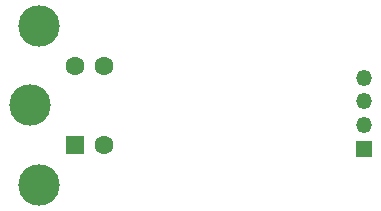
<source format=gbr>
%TF.GenerationSoftware,KiCad,Pcbnew,7.0.7-2.fc38*%
%TF.CreationDate,2023-10-09T11:55:23-07:00*%
%TF.ProjectId,M0116,4d303131-362e-46b6-9963-61645f706362,rev?*%
%TF.SameCoordinates,Original*%
%TF.FileFunction,Soldermask,Top*%
%TF.FilePolarity,Negative*%
%FSLAX46Y46*%
G04 Gerber Fmt 4.6, Leading zero omitted, Abs format (unit mm)*
G04 Created by KiCad (PCBNEW 7.0.7-2.fc38) date 2023-10-09 11:55:23*
%MOMM*%
%LPD*%
G01*
G04 APERTURE LIST*
G04 Aperture macros list*
%AMRoundRect*
0 Rectangle with rounded corners*
0 $1 Rounding radius*
0 $2 $3 $4 $5 $6 $7 $8 $9 X,Y pos of 4 corners*
0 Add a 4 corners polygon primitive as box body*
4,1,4,$2,$3,$4,$5,$6,$7,$8,$9,$2,$3,0*
0 Add four circle primitives for the rounded corners*
1,1,$1+$1,$2,$3*
1,1,$1+$1,$4,$5*
1,1,$1+$1,$6,$7*
1,1,$1+$1,$8,$9*
0 Add four rect primitives between the rounded corners*
20,1,$1+$1,$2,$3,$4,$5,0*
20,1,$1+$1,$4,$5,$6,$7,0*
20,1,$1+$1,$6,$7,$8,$9,0*
20,1,$1+$1,$8,$9,$2,$3,0*%
G04 Aperture macros list end*
%ADD10R,1.350000X1.350000*%
%ADD11O,1.350000X1.350000*%
%ADD12RoundRect,0.102000X0.699000X-0.699000X0.699000X0.699000X-0.699000X0.699000X-0.699000X-0.699000X0*%
%ADD13C,1.602000*%
%ADD14C,3.510000*%
G04 APERTURE END LIST*
D10*
%TO.C,J2*%
X133000000Y-112000000D03*
D11*
X133000000Y-110000000D03*
X133000000Y-108000000D03*
X133000000Y-106000000D03*
%TD*%
D12*
%TO.C,ADB-FEM1*%
X108510000Y-111700000D03*
D13*
X108510000Y-105000000D03*
X111000000Y-111700000D03*
X111000000Y-105000000D03*
D14*
X104700000Y-108350000D03*
X105510000Y-101590000D03*
X105510000Y-115110000D03*
%TD*%
M02*

</source>
